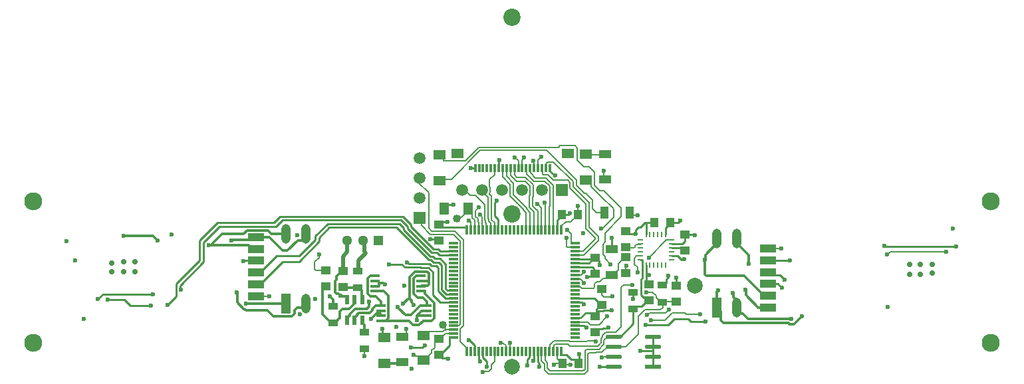
<source format=gtl>
G04*
G04 #@! TF.GenerationSoftware,Altium Limited,Altium Designer,21.3.2 (30)*
G04*
G04 Layer_Physical_Order=1*
G04 Layer_Color=255*
%FSLAX43Y43*%
%MOMM*%
G71*
G04*
G04 #@! TF.SameCoordinates,66AE08A6-6C82-4575-8D08-AF68D2AC6B58*
G04*
G04*
G04 #@! TF.FilePolarity,Positive*
G04*
G01*
G75*
%ADD15C,0.254*%
%ADD17C,0.203*%
%ADD20R,0.300X1.000*%
%ADD21R,0.300X1.200*%
%ADD22R,0.550X1.200*%
%ADD23R,1.200X0.300*%
%ADD24R,1.067X1.524*%
%ADD25R,1.575X1.270*%
%ADD26R,1.524X1.067*%
%ADD27R,2.100X0.500*%
%ADD28O,2.100X0.500*%
%ADD29R,1.270X1.016*%
%ADD30R,2.000X1.000*%
%ADD31R,1.270X0.889*%
%ADD32R,1.200X0.350*%
%ADD33R,1.016X1.270*%
%ADD34R,0.790X0.260*%
%ADD35R,0.260X0.790*%
%ADD36R,1.650X1.300*%
%ADD37R,1.626X1.194*%
%ADD38O,1.200X2.500*%
%ADD39R,1.200X2.500*%
%ADD40R,1.194X1.626*%
%ADD70C,0.305*%
%ADD71C,0.508*%
%ADD72C,2.000*%
%ADD73C,1.300*%
%ADD74R,1.300X1.300*%
%ADD75C,2.200*%
%ADD76C,2.300*%
%ADD77C,2.300*%
%ADD78C,0.700*%
%ADD79C,1.500*%
%ADD80R,1.500X1.500*%
%ADD81R,1.500X1.500*%
%ADD82C,0.600*%
%ADD83C,1.016*%
D15*
X56773Y75773D02*
Y76723D01*
X56750Y75750D02*
X56773Y75773D01*
Y76723D02*
X56800Y76750D01*
X56250Y71350D02*
X56500Y71600D01*
X56250Y69650D02*
Y71350D01*
Y69650D02*
X56700Y69200D01*
Y67900D02*
Y69200D01*
X66950Y50900D02*
Y52050D01*
X66900Y50850D02*
X66950Y50900D01*
X79600Y68850D02*
X79850Y69100D01*
X78600Y68850D02*
X79600D01*
X71100Y65298D02*
Y66850D01*
X92750Y60550D02*
X92800D01*
X92300Y61000D02*
X92750Y60550D01*
X91050Y61000D02*
X92300D01*
X65839Y69989D02*
Y70000D01*
X65700Y69850D02*
X65839Y69989D01*
X64818Y69850D02*
X65700D01*
X68029Y61829D02*
X68137Y61937D01*
X67963Y61829D02*
X68029D01*
X68137Y61937D02*
X68669D01*
X69050Y62318D01*
X69585Y63390D02*
Y63435D01*
X69563Y63456D02*
X69585Y63435D01*
X69563Y63456D02*
Y63956D01*
X69169Y64350D02*
X69563Y63956D01*
X69050Y64350D02*
X69169D01*
X49450Y68900D02*
X50187D01*
X49100Y68550D02*
X49450Y68900D01*
X41900Y54450D02*
Y55300D01*
Y54450D02*
X42150Y54200D01*
X50231Y51569D02*
X50350Y51450D01*
X49150Y51950D02*
X49531Y51569D01*
X50231D01*
X24200Y63900D02*
X24250Y63950D01*
X25850D01*
X46999Y52900D02*
X47261Y53163D01*
X47355D01*
X45550Y52900D02*
X46999D01*
X16150Y60250D02*
Y60800D01*
Y60250D02*
X16280D01*
X16150Y60800D02*
X19150Y63800D01*
X14550Y58300D02*
X15650Y59400D01*
Y61000D01*
X18650Y64000D01*
Y66500D01*
X20950Y68800D01*
X28150D01*
X28921Y69571D01*
X19150Y63800D02*
Y66250D01*
X21200Y68300D01*
X28400D01*
X29214Y69114D01*
X26350Y60950D02*
X29250Y63850D01*
X31307D01*
X25850Y60950D02*
X26350D01*
X33857Y66900D02*
X35157Y68200D01*
X33857Y66400D02*
Y66900D01*
X31307Y63850D02*
X33857Y66400D01*
X33400Y67089D02*
X34968Y68657D01*
X33400Y66589D02*
Y67089D01*
X31361Y64550D02*
X33400Y66589D01*
X28450Y64550D02*
X31361D01*
X25850Y62450D02*
X26350D01*
X28450Y64550D01*
X81203Y56200D02*
X83100D01*
X80903Y56500D02*
X81203Y56200D01*
X79100Y56500D02*
X80903D01*
X91050Y64000D02*
X91100Y63950D01*
X93800D01*
X92573Y62127D02*
X93150Y61550D01*
X91050Y62500D02*
X91423Y62127D01*
X92573D01*
X69640Y50460D02*
X71400D01*
X45348Y63559D02*
X47943D01*
X48202Y63300D01*
X48750D01*
X45175Y63732D02*
X45348Y63559D01*
X45081Y63732D02*
X45175D01*
X49065Y65421D02*
X49336Y65150D01*
X48423Y65421D02*
X49065D01*
X45570Y68274D02*
X48423Y65421D01*
X105810Y65840D02*
X105850Y65800D01*
X114960D01*
X75450Y55750D02*
X78350D01*
X79100Y56500D01*
X66450Y55650D02*
X67606D01*
X67806Y55450D01*
X67900D01*
X74795Y52450D02*
X76400D01*
Y53000D01*
Y50460D02*
Y51730D01*
Y52450D01*
Y53000D02*
Y54270D01*
X73850Y55920D02*
Y57650D01*
X71400Y54270D02*
X72200D01*
X73850Y55920D01*
X68669Y57281D02*
X69050Y56900D01*
X68412Y57281D02*
X68669D01*
X69150Y57000D02*
Y57550D01*
X67812Y57300D02*
X68393D01*
X69773Y58350D02*
X69900D01*
X69050Y56900D02*
X69150Y57000D01*
X67185Y56673D02*
X67812Y57300D01*
X68393D02*
X68412Y57281D01*
X69050Y54868D02*
X69431Y55249D01*
X69929D01*
X70069Y55389D02*
X70671D01*
X70737Y55455D01*
X69929Y55249D02*
X70069Y55389D01*
X67043Y56673D02*
X67185D01*
X67043Y56673D02*
X67043Y56673D01*
X66473Y56673D02*
X67043D01*
X66450Y56650D02*
X66473Y56673D01*
X68973Y59150D02*
X69773Y58350D01*
X66450Y59150D02*
X68973D01*
X69150Y57550D02*
Y57789D01*
X69150Y57789D01*
X69212D01*
X69773Y58350D01*
X70128Y57650D02*
X71100D01*
X69150Y57550D02*
X70028D01*
X70128Y57650D01*
X60412Y50588D02*
Y51400D01*
X60677Y51665D01*
Y52377D02*
X60700Y52400D01*
X60677Y51665D02*
Y52377D01*
X61112Y51208D02*
X61178Y51274D01*
X61884Y50516D02*
Y50880D01*
X61768Y50995D02*
Y51443D01*
X61700Y51511D02*
Y52400D01*
X61178Y51274D02*
Y51452D01*
X61700Y51511D02*
X61768Y51443D01*
Y50995D02*
X61884Y50880D01*
Y50516D02*
X61950Y50450D01*
X61178Y51452D02*
X61200Y51474D01*
Y52400D01*
X63881Y74864D02*
X63947Y74797D01*
X63786Y74864D02*
X63881D01*
X63273Y75377D02*
X63786Y74864D01*
X42750Y63500D02*
X44422D01*
X44199Y67706D02*
X47855Y64050D01*
X44199Y67706D02*
Y67706D01*
X43705Y68200D02*
X44199Y67706D01*
X35157Y68200D02*
X43705D01*
X44656Y67896D02*
X48045Y64507D01*
X44656Y67896D02*
Y68140D01*
X44139Y68657D02*
X44656Y68140D01*
X34968Y68657D02*
X44139D01*
X45113Y68085D02*
X48234Y64964D01*
X45113Y68085D02*
Y68330D01*
X44329Y69114D02*
X45113Y68330D01*
X29214Y69114D02*
X44329D01*
X28921Y69571D02*
X44518D01*
X45570Y68519D01*
Y68274D02*
Y68519D01*
X72950Y67750D02*
X73300Y67400D01*
X74216Y67466D02*
Y67914D01*
X74552Y68250D01*
X73300Y67400D02*
X74150D01*
X74216Y67466D01*
X74552Y68250D02*
X74800D01*
X75649Y68850D02*
X76568D01*
X75400D02*
X75649D01*
X74800Y68250D02*
X75400Y68850D01*
X75500Y67300D02*
Y68701D01*
X78000Y67300D02*
Y68123D01*
X78600Y68723D02*
Y68850D01*
X78000Y68123D02*
X78600Y68723D01*
X48895Y66723D02*
X49100Y66518D01*
X47855Y64050D02*
X48150D01*
X48045Y64507D02*
X48339D01*
X48013Y66723D02*
X48895D01*
X48234Y64964D02*
X48876D01*
X50234Y71100D02*
X50950D01*
X49802Y70550D02*
Y70668D01*
X50234Y71100D01*
X44820Y63102D02*
X46733D01*
X44422Y63500D02*
X44820Y63102D01*
X46733D02*
X46800Y63035D01*
X47821D01*
X48876Y64964D02*
X49169Y64671D01*
X48339Y64507D02*
X48632Y64214D01*
X48150Y64050D02*
X48443Y63757D01*
X47821Y63035D02*
X48400Y62456D01*
X48632Y64214D02*
X49286D01*
X48443Y63757D02*
X49097D01*
X49286Y64214D02*
X50000Y63500D01*
X48750Y63300D02*
X49000Y63050D01*
X49097Y63757D02*
X49500Y63354D01*
X49834Y64650D02*
X50950D01*
X49169Y64671D02*
X49813D01*
X49834Y64650D01*
X49336Y65150D02*
X50950D01*
X48400Y59550D02*
Y62456D01*
X50000Y60388D02*
Y63500D01*
X49500Y60241D02*
Y63354D01*
X49000Y60095D02*
X49945Y59150D01*
X49000Y60095D02*
Y63050D01*
X48400Y59550D02*
X49300Y58650D01*
X50950D01*
X49945Y59150D02*
X50950D01*
X49500Y60241D02*
X50068Y59673D01*
X50927D02*
X50950Y59650D01*
X50068Y59673D02*
X50927D01*
X50215Y60173D02*
X50927D01*
X50950Y60150D01*
X50000Y60388D02*
X50215Y60173D01*
X54200Y51322D02*
X54348Y51174D01*
Y51080D02*
Y51174D01*
X54200Y51322D02*
Y52400D01*
X55188Y50462D02*
X55200Y50450D01*
X54723Y51596D02*
X55188Y51131D01*
Y50462D02*
Y51131D01*
X54723Y51596D02*
Y52377D01*
X54700Y52400D02*
X54723Y52377D01*
X53079Y53734D02*
X53677Y53135D01*
X52966Y53734D02*
X53079D01*
X52900Y53800D02*
X52966Y53734D01*
X53677Y52423D02*
Y53135D01*
Y52423D02*
X53700Y52400D01*
X74888Y59560D02*
Y61588D01*
X75000Y61700D02*
Y62201D01*
X75043Y62244D01*
X74888Y61588D02*
X75000Y61700D01*
X75199Y59249D02*
X75469D01*
X74888Y59560D02*
X75199Y59249D01*
X75043Y62244D02*
Y64077D01*
X74780Y64080D02*
X75040D01*
X75043Y64077D01*
X75469Y59249D02*
X75850Y58868D01*
X74304Y58104D02*
X74959D01*
X75723Y58868D01*
X75850D01*
X73850Y57650D02*
X74304Y58104D01*
X75500Y61250D02*
Y62150D01*
Y61250D02*
X75850Y60900D01*
X53148Y75747D02*
X53747D01*
X53750Y75750D01*
X66450Y63150D02*
X68651D01*
X68850Y62518D02*
Y62951D01*
X68651Y63150D02*
X68850Y62951D01*
Y62518D02*
X69050Y62318D01*
X67350Y58650D02*
X67600Y58400D01*
X66450Y58650D02*
X67350D01*
X73850Y59049D02*
Y59882D01*
X78300Y61950D02*
X78350Y62000D01*
X78300Y61800D02*
Y61950D01*
X78108Y61131D02*
Y61608D01*
X78300Y61800D01*
X77600Y60750D02*
X77727D01*
X78108Y61131D01*
X75500Y62150D02*
Y63360D01*
Y62150D02*
X75850D01*
X75900Y62100D01*
X79350Y61777D02*
X79387Y61814D01*
X79350Y60750D02*
Y61777D01*
X81667Y67250D02*
X81732Y67185D01*
X80450Y67250D02*
X81667D01*
X80250Y64050D02*
X80350Y64150D01*
X80400D01*
X80013Y64050D02*
X80250D01*
X78720Y64580D02*
X79483D01*
X80013Y64050D01*
X80130Y66080D02*
X80450Y66400D01*
Y67250D01*
X78720Y66080D02*
X80130D01*
X80088Y65580D02*
X80450Y65218D01*
X78720Y65580D02*
X80088D01*
X75500Y68701D02*
X75649Y68850D01*
X12684Y59700D02*
X12695Y59689D01*
X6350Y59700D02*
X12684D01*
X5700Y59050D02*
X6350Y59700D01*
X9067Y59000D02*
X9817Y58250D01*
X12450D01*
X7000Y59000D02*
X9067D01*
X52700Y67900D02*
Y68227D01*
X49400Y68250D02*
X52677D01*
X49100Y68550D02*
X49400Y68250D01*
X52677D02*
X52700Y68227D01*
X50477Y53150D02*
Y54127D01*
X50500Y54150D02*
X50950D01*
X50477Y54127D02*
X50500Y54150D01*
X49277Y51950D02*
X50477Y53150D01*
X49150Y51950D02*
X49277D01*
X63273Y75377D02*
Y75727D01*
X63250Y75750D02*
X63273Y75727D01*
X66450Y64150D02*
X68723D01*
X68923Y64350D01*
X68223Y63650D02*
X68723Y64150D01*
X68923Y64350D02*
X69050D01*
X66450Y63650D02*
X68223D01*
X66519Y51358D02*
X66900Y50977D01*
X65965Y51358D02*
X66519D01*
X65396Y51927D02*
X65965Y51358D01*
X64723Y51927D02*
X65396D01*
X64700Y51950D02*
X64723Y51927D01*
X66900Y50850D02*
Y50977D01*
X64700Y51950D02*
Y52400D01*
X66900Y50650D02*
Y50777D01*
X64200Y69105D02*
X64818Y69723D01*
Y69850D01*
X64200Y67900D02*
Y69105D01*
D17*
X55600Y72636D02*
G03*
X55600Y73364I-990J364D01*
G01*
X58205Y72181D02*
Y73673D01*
X58250Y74800D02*
Y75750D01*
X57750Y74703D02*
X58611Y73842D01*
X57250Y74628D02*
X58205Y73673D01*
X58250Y74800D02*
X58995Y74055D01*
X57750Y74703D02*
Y75750D01*
X57250Y74628D02*
Y75750D01*
X55600Y73364D02*
Y74295D01*
X56250Y74945D01*
Y75750D01*
X55412Y69303D02*
Y72003D01*
X55818Y69471D02*
Y72171D01*
X55006Y69135D02*
Y71068D01*
X53774Y72300D02*
X55006Y71068D01*
X55600Y72390D02*
X55660Y72330D01*
X58205Y72181D02*
X59855Y70532D01*
X58611Y72350D02*
X60261Y70700D01*
X55600Y72390D02*
Y72636D01*
X58611Y72350D02*
Y73842D01*
X55660Y72330D02*
X55818Y72171D01*
X54610Y72805D02*
X55412Y72003D01*
X54610Y72805D02*
Y73000D01*
X54401Y69743D02*
X54600Y69544D01*
Y68966D02*
Y69544D01*
X54606Y68670D02*
Y68960D01*
X55012Y68839D02*
Y69128D01*
X53390Y69431D02*
Y69441D01*
X54606Y68670D02*
X54652Y68625D01*
X55012Y68839D02*
X55152Y68700D01*
X53155Y68928D02*
X53178D01*
X53383Y69448D02*
X53390Y69441D01*
X53796Y70299D02*
X54200Y70703D01*
X53796Y69599D02*
X54106Y69290D01*
Y68886D02*
Y69290D01*
X54200Y70703D02*
Y70751D01*
X54600Y68966D02*
X54606Y68960D01*
X53700Y67900D02*
Y69121D01*
X55006Y69135D02*
X55012Y69128D01*
X53010Y69073D02*
X53155Y68928D01*
X55444Y68982D02*
Y69271D01*
X55818Y69471D02*
X55850Y69440D01*
X53390Y69431D02*
X53700Y69121D01*
X53383Y69448D02*
Y69839D01*
X53796Y69599D02*
Y70299D01*
X55850Y69150D02*
Y69440D01*
X54401Y69743D02*
Y69850D01*
X52903Y69073D02*
X53010D01*
X54106Y68886D02*
X54200Y68792D01*
X55412Y69303D02*
X55444Y69271D01*
X54200Y67900D02*
Y68792D01*
X55850Y69150D02*
X56200Y68800D01*
X55152Y67948D02*
Y68700D01*
X55444Y68982D02*
X55700Y68726D01*
X56200Y67900D02*
Y68800D01*
X55700Y67900D02*
Y68726D01*
X54652Y67948D02*
Y68625D01*
X55152Y67948D02*
X55200Y67900D01*
X52850Y70372D02*
X53383Y69839D01*
X39600Y51808D02*
Y52768D01*
X70036Y66058D02*
X70300Y66322D01*
Y67500D01*
X72350Y69550D01*
X66778Y70922D02*
Y70937D01*
Y70922D02*
X66850Y70850D01*
Y69850D02*
Y70850D01*
X66450Y62150D02*
X67257D01*
X67553Y62446D01*
Y62520D01*
X67477Y61176D02*
Y61299D01*
X66498Y61602D02*
X67175D01*
X67477Y61299D01*
Y61176D02*
X67553Y61100D01*
X66450Y61650D02*
X66498Y61602D01*
X71166Y59366D02*
X71200Y59400D01*
X70134Y59366D02*
X71166D01*
X69900Y59600D02*
X70134Y59366D01*
X69900Y59600D02*
Y60382D01*
X70150Y74500D02*
Y75400D01*
Y74500D02*
X70250Y74400D01*
X73648Y69750D02*
X74450D01*
X73348Y70050D02*
X73648Y69750D01*
X72950Y62350D02*
Y63260D01*
X73000Y63310D01*
X64795Y50850D02*
X64868Y50777D01*
X64200Y51445D02*
X64795Y50850D01*
X64868D01*
X63900D02*
X64795D01*
X63750Y50700D02*
X63900Y50850D01*
X63287Y49913D02*
X67533D01*
X62700Y51248D02*
X62961Y50987D01*
X62700Y51248D02*
Y52400D01*
X62961Y50239D02*
X63287Y49913D01*
X62961Y50239D02*
Y50987D01*
X62200Y51174D02*
X62555Y50819D01*
Y50045D02*
Y50819D01*
Y50045D02*
X63093Y49507D01*
X62200Y51174D02*
Y52400D01*
X63093Y49507D02*
X67701D01*
X44950Y54650D02*
Y55237D01*
X44450Y54150D02*
X44950Y54650D01*
X45987Y51963D02*
X46141Y51809D01*
X45888Y51963D02*
X45987D01*
X46693Y51809D02*
X47150Y51352D01*
X46141Y51809D02*
X46693D01*
X25850Y59450D02*
X27500D01*
X33850Y64314D02*
Y64750D01*
X33318Y63782D02*
X33850Y64314D01*
X33318Y62851D02*
X33437Y62732D01*
X34700D01*
X33318Y62851D02*
Y63782D01*
X47861Y51861D02*
X48213Y52213D01*
Y52583D02*
X48390Y52760D01*
X48213Y52213D02*
Y52583D01*
X48498Y52760D02*
X48617Y52879D01*
X47861Y51809D02*
Y51861D01*
X48617Y52879D02*
Y53576D01*
X48390Y52760D02*
X48498D01*
X49023Y53982D02*
X49277D01*
X47150Y51352D02*
X47404D01*
X47861Y51809D01*
X48617Y53576D02*
X49023Y53982D01*
X49977Y55077D02*
X50050Y55150D01*
X49798Y55077D02*
X49977D01*
X49654Y54933D02*
X49798Y55077D01*
X47683Y54933D02*
X49654D01*
X47150Y54400D02*
X47683Y54933D01*
X52010Y69456D02*
X52850Y70296D01*
X51606Y69456D02*
X52010D01*
X51450Y69300D02*
X51606Y69456D01*
X80486Y57300D02*
X80656Y57130D01*
X82400D01*
X78850Y57300D02*
X80486D01*
X91050Y65500D02*
X92733D01*
X61060Y71050D02*
X61073Y71036D01*
Y70900D02*
Y71036D01*
X60653Y70882D02*
X60667Y70868D01*
Y70731D02*
Y70868D01*
X60261Y70563D02*
Y70700D01*
X59855Y70395D02*
Y70532D01*
X69642Y53397D02*
X69755Y53509D01*
X69642Y53361D02*
Y53397D01*
X70048Y53228D02*
X70161Y53341D01*
X70048Y53193D02*
Y53228D01*
X72900Y53000D02*
X74500Y54600D01*
X70600Y53000D02*
X72900D01*
X69868Y52268D02*
X70600Y53000D01*
X69698Y52268D02*
X69868D01*
X69697Y52267D02*
X69698Y52268D01*
X69092Y52267D02*
X69697D01*
X106200Y64750D02*
X106300D01*
X106638Y65088D01*
X113762D01*
X52850Y70372D02*
Y70550D01*
Y70296D02*
Y70372D01*
X54652Y67948D02*
X54700Y67900D01*
X49433Y74331D02*
X50731D01*
X49250Y74148D02*
X49433Y74331D01*
X69227Y70050D02*
X70300D01*
X68689Y70589D02*
X69227Y70050D01*
X68689Y70589D02*
Y71661D01*
X67800Y72550D02*
X68689Y71661D01*
X67649Y72550D02*
X67800D01*
X66637Y73562D02*
X67649Y72550D01*
X66637Y73562D02*
Y74213D01*
X62850Y78000D02*
X66637Y74213D01*
X54400Y78000D02*
X62850D01*
X50731Y74331D02*
X54400Y78000D01*
X49702Y76698D02*
Y76998D01*
X49250Y77450D02*
X49702Y76998D01*
X70250Y64200D02*
X70950Y63500D01*
X70250Y64200D02*
Y64528D01*
X70036Y64741D02*
X70250Y64528D01*
X70036Y64741D02*
Y66058D01*
X72350Y69550D02*
Y70700D01*
X70150Y72900D02*
X72350Y70700D01*
X69600Y72900D02*
X70150D01*
X68939Y73561D02*
X69600Y72900D01*
X68939Y73561D02*
Y75211D01*
X68255Y75895D02*
X68939Y75211D01*
X67606Y75895D02*
X68255D01*
X66761Y76740D02*
X67606Y75895D01*
X66761Y76740D02*
Y78316D01*
X66475Y78602D02*
X66761Y78316D01*
X64575Y78602D02*
X66475D01*
X64380Y78406D02*
X64575Y78602D01*
X54232Y78406D02*
X64380D01*
X52524Y76698D02*
X54232Y78406D01*
X49702Y76698D02*
X52524D01*
X66450Y60650D02*
X66498Y60602D01*
X67175D02*
X67327Y60450D01*
X66498Y60602D02*
X67175D01*
X68963Y60569D02*
Y61015D01*
X68844Y60450D02*
X68963Y60569D01*
X67327Y60450D02*
X68844D01*
X69248Y61300D02*
X69617D01*
X68963Y61015D02*
X69248Y61300D01*
X75650Y57000D02*
X75944Y57294D01*
X75618Y57032D02*
Y57043D01*
Y57032D02*
X75650Y57000D01*
X75944Y57294D02*
X77991D01*
X78454Y57757D01*
X77950Y56400D02*
X78850Y57300D01*
X76100Y56400D02*
X77950D01*
X69870Y68000D02*
X71400Y69530D01*
X78454Y57757D02*
X78458D01*
X69800Y68070D02*
X69870Y68000D01*
X71400Y69530D02*
Y70570D01*
X68533Y73367D02*
X69748Y72152D01*
X69818D01*
X71400Y70570D01*
X67999Y74198D02*
X68533Y73665D01*
Y73367D02*
Y73665D01*
X67850Y74198D02*
X67999D01*
X67902Y77448D02*
X70250D01*
X67850Y77500D02*
X67902Y77448D01*
X67850Y68013D02*
Y71176D01*
X68256Y68181D02*
Y71344D01*
X69406Y66507D02*
Y67031D01*
X68256Y68181D02*
X69406Y67031D01*
X67850Y68013D02*
X69000Y66863D01*
Y66676D02*
Y66863D01*
X64986Y50732D02*
X65889D01*
X64868Y50850D02*
X64986Y50732D01*
X64868Y50650D02*
Y50777D01*
X69520Y55800D02*
X70570Y56850D01*
X68405Y55800D02*
X69520D01*
X68055Y56150D02*
X68405Y55800D01*
X66450Y56150D02*
X68055D01*
X71367Y51697D02*
X71400Y51730D01*
X69901Y51663D02*
X69934Y51697D01*
X71367D01*
X74500Y54600D02*
Y56850D01*
X75350Y57700D02*
X77350D01*
X77616Y57966D01*
X74500Y56850D02*
X75350Y57700D01*
X70600Y54270D02*
X71400D01*
X70161Y53831D02*
X70600Y54270D01*
X67533Y49913D02*
X67710Y50090D01*
Y52460D01*
X67900Y52650D01*
X68200D01*
X68223Y52673D01*
X69529D01*
X70048Y53193D01*
X70161Y53341D02*
Y53831D01*
X67701Y49507D02*
X68116Y49922D01*
Y52066D01*
X68296Y52246D01*
X69071D01*
X69092Y52267D01*
X77600Y58718D02*
X77616Y58702D01*
Y57966D02*
Y58702D01*
X69987Y54235D02*
Y54437D01*
X69755Y54003D02*
X69987Y54235D01*
X69755Y53509D02*
Y54003D01*
X70400Y54850D02*
X71650D01*
X69987Y54437D02*
X70400Y54850D01*
X72350Y55550D02*
Y60573D01*
X72671Y60893D02*
X73750D01*
X72350Y60573D02*
X72671Y60893D01*
X71650Y54850D02*
X72350Y55550D01*
X67994Y53750D02*
X69044D01*
X69110Y53684D01*
X65769Y53080D02*
X69361D01*
X65547Y53302D02*
X65769Y53080D01*
X69361D02*
X69642Y53361D01*
X63925Y53302D02*
X65547D01*
X67900Y53656D02*
X67994Y53750D01*
X65767Y53656D02*
X67900D01*
X61750Y76761D02*
X62150Y77161D01*
X61202Y75798D02*
Y76646D01*
X62150Y77161D02*
Y77216D01*
X61202Y75798D02*
X61250Y75750D01*
X61145Y76702D02*
X61202Y76646D01*
X61750Y75750D02*
Y76761D01*
X65445Y67850D02*
X65450D01*
X65955Y67345D01*
X65350Y65769D02*
Y66900D01*
Y65769D02*
X65469Y65650D01*
X66450D01*
X65955Y66198D02*
X66003Y66150D01*
X65955Y66198D02*
Y67345D01*
X66003Y66150D02*
X66450D01*
X59750Y76743D02*
X60000Y76993D01*
X59750Y75750D02*
Y76743D01*
X60000Y76993D02*
Y77100D01*
X61060Y71050D02*
Y72031D01*
X62200Y67900D02*
Y70700D01*
X59855Y70395D02*
X60200Y70049D01*
X60261Y70563D02*
X60700Y70124D01*
X60653Y72199D02*
X60745Y72291D01*
X60667Y70731D02*
X61200Y70198D01*
X60653Y70882D02*
Y72199D01*
X60169Y74587D02*
X61151Y73605D01*
X60127Y74055D02*
X60745Y73437D01*
X61664Y71164D02*
X61737D01*
X61060Y72031D02*
X61151Y72123D01*
X61737Y71164D02*
X62200Y70700D01*
X61200Y67900D02*
Y70198D01*
X60200Y67900D02*
Y70049D01*
X60700Y67900D02*
Y70124D01*
X61485Y70488D02*
X61512D01*
X61073Y70900D02*
X61485Y70488D01*
X61512D02*
X61700Y70300D01*
X62610Y71390D02*
X62700Y71300D01*
Y67900D02*
Y71300D01*
X59250Y75798D02*
X59298Y75750D01*
X59250Y75798D02*
Y76700D01*
X58800Y77150D02*
X59250Y76700D01*
X50050Y55150D02*
X50950D01*
X49639Y55580D02*
Y55800D01*
Y55580D02*
X50050Y55169D01*
Y55150D02*
Y55169D01*
X63697Y74193D02*
X65509D01*
X65825Y73201D02*
Y73876D01*
X62975Y76552D02*
X63724D01*
X65509Y74193D02*
X65825Y73876D01*
X62977Y74912D02*
X63697Y74193D01*
X66231Y73369D02*
X68256Y71344D01*
X62400Y74912D02*
X62977D01*
X66231Y73369D02*
Y74045D01*
X65825Y73201D02*
X67850Y71176D01*
X63724Y76552D02*
X66231Y74045D01*
X47850Y68094D02*
Y72600D01*
X46737Y68920D02*
X46936Y68722D01*
X47850Y68094D02*
X48211Y67734D01*
X46936Y68434D02*
Y68722D01*
X46450Y68920D02*
X46737D01*
X46936Y68434D02*
X48042Y67328D01*
X48211Y67734D02*
X51117D01*
X48042Y67328D02*
X49860D01*
X54747Y49786D02*
X54806Y49845D01*
X55451D01*
X55805Y50199D02*
Y50705D01*
X55451Y49845D02*
X55805Y50199D01*
Y50705D02*
X56200Y51100D01*
Y52400D01*
X58203Y52403D02*
Y53450D01*
X58206Y53452D01*
X58200Y52400D02*
X58203Y52403D01*
X57083Y53425D02*
X57351D01*
X57652Y52448D02*
Y53125D01*
X57351Y53425D02*
X57652Y53125D01*
X57007Y53501D02*
X57083Y53425D01*
X57652Y52448D02*
X57700Y52400D01*
X74752Y64552D02*
X74780Y64580D01*
X74300Y64552D02*
X74752D01*
X74000Y64252D02*
X74300Y64552D01*
X74000Y63504D02*
Y64252D01*
X74400Y62450D02*
Y63104D01*
X74000Y63504D02*
X74400Y63104D01*
X75564Y59889D02*
X75625Y59950D01*
X76787Y59277D02*
X77346Y58718D01*
X76787Y59277D02*
Y59501D01*
X77346Y58718D02*
X77600D01*
X76338Y59950D02*
X76787Y59501D01*
X75625Y59950D02*
X76338D01*
X73100Y65568D02*
X73964D01*
X72950Y65718D02*
X73100Y65568D01*
X74752Y66052D02*
X74780Y66080D01*
X74300Y66052D02*
X74752D01*
X74083Y65835D02*
X74300Y66052D01*
X74083Y65687D02*
Y65835D01*
X73964Y65568D02*
X74083Y65687D01*
X72823Y64382D02*
X72950D01*
X72013Y63572D02*
X72823Y64382D01*
X72013Y62833D02*
Y63572D01*
X71430Y62250D02*
X72013Y62833D01*
X71100Y62250D02*
X71430D01*
X70567Y61717D02*
X71100Y62250D01*
X70033Y61717D02*
X70567D01*
X69617Y61300D02*
X70033Y61717D01*
X78080Y66580D02*
X78720D01*
X75850Y64350D02*
X78080Y66580D01*
X77600Y58718D02*
X79350D01*
X46450Y74000D02*
X47850Y72600D01*
X51852Y55301D02*
X52258Y55707D01*
X51117Y67734D02*
X52258Y66593D01*
Y55707D02*
Y66593D01*
X50998Y55698D02*
X51675D01*
X50977Y67300D02*
X51852Y66425D01*
X51675Y55698D02*
X51852Y55875D01*
Y66425D01*
X49860Y67328D02*
X49888Y67300D01*
X50977D01*
X51852Y53698D02*
Y55301D01*
X52700Y52400D02*
Y52850D01*
X51852Y53698D02*
X52700Y52850D01*
X50950Y55650D02*
X50998Y55698D01*
X49945Y54650D02*
X50950D01*
X49277Y53982D02*
X49945Y54650D01*
X62750Y75750D02*
X62798Y75798D01*
Y76375D01*
X62975Y76552D01*
X66450Y64650D02*
X67549D01*
X69406Y66507D01*
X62298Y75014D02*
Y75853D01*
Y75014D02*
X62400Y74912D01*
X66450Y65150D02*
X67474D01*
X69000Y66676D01*
X65716Y53708D02*
X65767Y53656D01*
X63248Y52448D02*
Y53199D01*
X63757Y53708D01*
X65716D01*
X63200Y52400D02*
X63248Y52448D01*
X63748D02*
Y53125D01*
X63925Y53302D01*
X63700Y52400D02*
X63748Y52448D01*
X64200Y51445D02*
Y52400D01*
X53178Y67922D02*
Y68928D01*
Y67922D02*
X53200Y67900D01*
X52070Y73000D02*
X52400D01*
X53100Y72300D01*
X53774D01*
X66444Y69317D02*
X66850Y69723D01*
X66317Y69317D02*
X66444D01*
X66850Y69723D02*
Y69850D01*
X65913Y68913D02*
X66317Y69317D01*
X65263Y68913D02*
X65913D01*
X64700Y67900D02*
Y68350D01*
X65263Y68913D01*
X60798Y75125D02*
X61417Y74506D01*
X60750Y75750D02*
X60798Y75702D01*
Y75125D02*
Y75702D01*
X62790Y74506D02*
X63700Y73596D01*
X61417Y74506D02*
X62790D01*
X63700Y67900D02*
Y73596D01*
X61231Y74100D02*
X62622D01*
X60298Y75032D02*
Y75702D01*
Y75032D02*
X61231Y74100D01*
X60250Y75750D02*
X60298Y75702D01*
X63200Y70875D02*
X63285Y70960D01*
Y73437D01*
X62622Y74100D02*
X63285Y73437D01*
X63200Y67900D02*
Y70875D01*
X61700Y67900D02*
Y70300D01*
X58750Y74874D02*
Y75750D01*
Y74874D02*
X59037Y74587D01*
X60169D01*
X61151Y72123D02*
Y73605D01*
X58995Y74055D02*
X60127D01*
X60745Y72291D02*
Y73437D01*
D20*
X56750Y75750D02*
D03*
X56250D02*
D03*
X53750D02*
D03*
X54250D02*
D03*
X54750D02*
D03*
X57250D02*
D03*
X57750D02*
D03*
X59250D02*
D03*
X59750D02*
D03*
X63250D02*
D03*
X62750D02*
D03*
X62250D02*
D03*
X61750D02*
D03*
X61250D02*
D03*
X60750D02*
D03*
X60250D02*
D03*
X58750D02*
D03*
X58250D02*
D03*
X55750D02*
D03*
X55250D02*
D03*
D21*
X56700Y67900D02*
D03*
X56200D02*
D03*
X64700Y52400D02*
D03*
X64200D02*
D03*
X63700D02*
D03*
X63200D02*
D03*
X62700D02*
D03*
X62200D02*
D03*
X61700D02*
D03*
X61200D02*
D03*
X60700D02*
D03*
X60200D02*
D03*
X59700D02*
D03*
X59200D02*
D03*
X58700D02*
D03*
X58200D02*
D03*
X57700D02*
D03*
X57200D02*
D03*
X56700D02*
D03*
X56200D02*
D03*
X55700D02*
D03*
X55200D02*
D03*
X54700D02*
D03*
X54200D02*
D03*
X53700D02*
D03*
X53200D02*
D03*
X52700Y67900D02*
D03*
X53200D02*
D03*
X53700D02*
D03*
X54200D02*
D03*
X54700D02*
D03*
X55200D02*
D03*
X55700D02*
D03*
X57200D02*
D03*
X57700D02*
D03*
X58200D02*
D03*
X58700D02*
D03*
X59200D02*
D03*
X59700D02*
D03*
X60200D02*
D03*
X60700D02*
D03*
X61200D02*
D03*
X61700D02*
D03*
X62200D02*
D03*
X62700D02*
D03*
X63200D02*
D03*
X63700D02*
D03*
X64200D02*
D03*
X64700D02*
D03*
X52700Y52400D02*
D03*
D22*
X38400Y58950D02*
D03*
X37450D02*
D03*
X39350D02*
D03*
Y56350D02*
D03*
X38400D02*
D03*
X37450D02*
D03*
D23*
X66450Y62650D02*
D03*
X50950Y54150D02*
D03*
Y54650D02*
D03*
Y55150D02*
D03*
Y55650D02*
D03*
Y56150D02*
D03*
Y56650D02*
D03*
Y57150D02*
D03*
Y57650D02*
D03*
Y58150D02*
D03*
Y58650D02*
D03*
Y59150D02*
D03*
Y59650D02*
D03*
Y60150D02*
D03*
Y60650D02*
D03*
Y61150D02*
D03*
Y61650D02*
D03*
Y62150D02*
D03*
Y62650D02*
D03*
Y63150D02*
D03*
Y63650D02*
D03*
Y64150D02*
D03*
Y64650D02*
D03*
Y65150D02*
D03*
Y65650D02*
D03*
Y66150D02*
D03*
X66450D02*
D03*
Y65650D02*
D03*
Y65150D02*
D03*
Y64650D02*
D03*
Y64150D02*
D03*
Y63650D02*
D03*
Y63150D02*
D03*
Y62150D02*
D03*
Y61650D02*
D03*
Y61150D02*
D03*
Y60650D02*
D03*
Y60150D02*
D03*
Y59650D02*
D03*
Y59150D02*
D03*
Y58650D02*
D03*
Y58150D02*
D03*
Y57650D02*
D03*
Y57150D02*
D03*
Y56650D02*
D03*
Y56150D02*
D03*
Y55650D02*
D03*
Y55150D02*
D03*
Y54650D02*
D03*
Y54150D02*
D03*
D24*
X73450Y70050D02*
D03*
X70198D02*
D03*
D25*
X67850Y77500D02*
D03*
Y74198D02*
D03*
X49250Y74148D02*
D03*
Y77450D02*
D03*
X42150Y54200D02*
D03*
Y50898D02*
D03*
D26*
X70250Y74298D02*
D03*
Y77550D02*
D03*
X71100Y62148D02*
D03*
Y65400D02*
D03*
X44450Y51000D02*
D03*
Y54252D02*
D03*
D27*
X76400Y50460D02*
D03*
D28*
Y51730D02*
D03*
Y53000D02*
D03*
Y54270D02*
D03*
X71400Y50460D02*
D03*
Y51730D02*
D03*
Y53000D02*
D03*
Y54270D02*
D03*
D29*
X69050Y54868D02*
D03*
Y56900D02*
D03*
X36900Y62650D02*
D03*
Y60618D02*
D03*
X34700Y60700D02*
D03*
Y62732D02*
D03*
X80450Y65218D02*
D03*
Y67250D02*
D03*
X72950Y65718D02*
D03*
Y67750D02*
D03*
X69050Y62318D02*
D03*
Y64350D02*
D03*
X79350Y58718D02*
D03*
Y60750D02*
D03*
X75850Y58868D02*
D03*
Y60900D02*
D03*
X72950Y64382D02*
D03*
Y62350D02*
D03*
X69900Y58350D02*
D03*
Y60382D02*
D03*
X49100Y68550D02*
D03*
Y66518D02*
D03*
X49150Y51950D02*
D03*
Y53982D02*
D03*
D30*
X25850Y59450D02*
D03*
Y60950D02*
D03*
Y62450D02*
D03*
Y63950D02*
D03*
Y65450D02*
D03*
Y66950D02*
D03*
X91050Y65500D02*
D03*
Y64000D02*
D03*
Y62500D02*
D03*
Y61000D02*
D03*
Y59500D02*
D03*
Y58000D02*
D03*
D31*
X35650Y58164D02*
D03*
Y56005D02*
D03*
X38800Y62664D02*
D03*
Y60505D02*
D03*
X39600Y52704D02*
D03*
Y54863D02*
D03*
X77600Y58654D02*
D03*
Y60813D02*
D03*
X73850Y57786D02*
D03*
Y59945D02*
D03*
D32*
X47575Y56275D02*
D03*
Y56925D02*
D03*
Y57575D02*
D03*
Y58225D02*
D03*
X41725D02*
D03*
Y57575D02*
D03*
Y56925D02*
D03*
Y56275D02*
D03*
X46875Y60075D02*
D03*
Y60725D02*
D03*
Y61375D02*
D03*
Y62025D02*
D03*
X41025D02*
D03*
Y61375D02*
D03*
Y60725D02*
D03*
Y60075D02*
D03*
D33*
X78600Y68850D02*
D03*
X76568D02*
D03*
X66900Y50850D02*
D03*
X64868D02*
D03*
X66850Y69850D02*
D03*
X64818D02*
D03*
D34*
X74780Y64080D02*
D03*
Y64580D02*
D03*
Y65080D02*
D03*
Y65580D02*
D03*
Y66080D02*
D03*
Y66580D02*
D03*
X78720D02*
D03*
Y66080D02*
D03*
Y65580D02*
D03*
Y65080D02*
D03*
Y64580D02*
D03*
Y64080D02*
D03*
D35*
X75500Y67300D02*
D03*
X76000D02*
D03*
X76500D02*
D03*
X77000D02*
D03*
X77500D02*
D03*
X78000D02*
D03*
Y63360D02*
D03*
X77500D02*
D03*
X77000D02*
D03*
X76500D02*
D03*
X76000D02*
D03*
X75500D02*
D03*
D36*
X65525Y77650D02*
D03*
X51475D02*
D03*
D37*
X47150Y51314D02*
D03*
Y54438D02*
D03*
D38*
X29660Y67350D02*
D03*
X32200D02*
D03*
Y58500D02*
D03*
X84550Y66800D02*
D03*
X87090D02*
D03*
Y57950D02*
D03*
D39*
X29660Y58500D02*
D03*
X84550Y57950D02*
D03*
D40*
X49764Y70550D02*
D03*
X52888D02*
D03*
D70*
X38277Y58827D02*
X38400Y58950D01*
X38277Y58404D02*
Y58827D01*
X38077Y58204D02*
X38277Y58404D01*
X38077Y58204D02*
Y58204D01*
X37693Y57820D02*
X38077Y58204D01*
X47827Y61400D02*
Y62346D01*
Y60906D02*
Y61400D01*
X47802Y61375D02*
X47827Y61400D01*
X46875Y61375D02*
X47802D01*
X40471Y56571D02*
X41150Y57250D01*
X41650D01*
X42050Y61100D02*
X42250Y60900D01*
X41473Y60748D02*
Y61100D01*
X42050D01*
X45804Y55746D02*
X46621D01*
X45275Y56275D02*
X45804Y55746D01*
X47150Y56275D02*
X47575D01*
X46621Y55746D02*
X47150Y56275D01*
X41725D02*
X45275D01*
X23400Y59900D02*
X23500Y59800D01*
Y58616D02*
Y59800D01*
X24306Y57844D02*
X24550Y57600D01*
X24271Y57844D02*
X24306D01*
X23500Y58616D02*
X24271Y57844D01*
X24550Y57600D02*
X27300D01*
X28002Y56898D01*
X30406D01*
X30729Y57679D02*
X31052Y58002D01*
X30729Y57221D02*
Y57679D01*
X30406Y56898D02*
X30729Y57221D01*
X31786Y58002D02*
X32200Y58416D01*
X31052Y58002D02*
X31786D01*
X32200Y58416D02*
Y58500D01*
X24543D02*
X29660D01*
X46293Y56407D02*
X46349Y56463D01*
X46300Y56401D02*
X46401D01*
X46450Y56450D01*
X46349Y56463D02*
Y56974D01*
X46425Y57050D01*
X47552Y58202D02*
X47575Y58225D01*
X46729Y58202D02*
X47552D01*
X45552Y57025D02*
X46729Y58202D01*
X45415Y59110D02*
X45624Y58901D01*
Y58656D02*
X45896Y58384D01*
X45624Y58656D02*
Y58901D01*
X45415Y59110D02*
Y59200D01*
X45896Y58304D02*
Y58384D01*
X45415Y59200D02*
Y61906D01*
X36612Y59512D02*
X36726Y59398D01*
X36375Y59749D02*
X36612Y59512D01*
X45328Y59200D02*
X45415D01*
X44590Y58462D02*
X45328Y59200D01*
X43900Y58003D02*
X44878Y57025D01*
X43900Y58003D02*
Y58050D01*
X44878Y57025D02*
X45552D01*
X22700Y66563D02*
X22739Y66602D01*
X25002D01*
X21500Y67350D02*
X24252D01*
X24704Y67802D02*
X27365D01*
X24252Y67350D02*
X24704Y67802D01*
X27365D02*
X27817Y67350D01*
X20057Y65907D02*
X21500Y67350D01*
X27817D02*
X29660D01*
X25002Y66602D02*
X25350Y66950D01*
X27499D01*
X19857Y65907D02*
X20057D01*
X24893D01*
X25350Y65450D01*
X25850D01*
X31143Y66540D02*
X31786D01*
X29199Y65250D02*
X29853D01*
X32200Y66953D02*
Y67350D01*
X31786Y66540D02*
X32200Y66953D01*
X29853Y65250D02*
X31143Y66540D01*
X27499Y66950D02*
X29199Y65250D01*
X93759Y55864D02*
X94302D01*
X84998Y56352D02*
X85350Y56000D01*
X93623D01*
X94302Y55864D02*
X95350Y56911D01*
X93623Y56000D02*
X93759Y55864D01*
X87858Y57182D02*
X88521Y56519D01*
X94031D01*
X86606Y59326D02*
X87090Y58842D01*
X86550Y59800D02*
X86606Y59744D01*
X87090Y57596D02*
Y58842D01*
X86606Y59326D02*
Y59744D01*
X88206Y59544D02*
X89750Y58000D01*
X88150Y60250D02*
X88206Y60194D01*
Y59544D02*
Y60194D01*
X88000Y62050D02*
X90550Y59500D01*
X83018Y62229D02*
Y64050D01*
X83197Y62050D02*
X88000D01*
X83018Y62229D02*
X83197Y62050D01*
X87090Y57596D02*
X87504Y57182D01*
X87858D01*
X84998Y56352D02*
Y57502D01*
X84550Y57950D02*
X84998Y57502D01*
X89750Y58000D02*
X91050D01*
X90550Y59500D02*
X91050D01*
X84550Y59970D02*
X84700Y60120D01*
X84550Y57950D02*
Y59970D01*
X84700Y60120D02*
Y60200D01*
X83075Y64106D02*
Y64675D01*
X84550Y66150D02*
Y66800D01*
X83075Y64675D02*
X84550Y66150D01*
X83018Y64050D02*
X83075Y64106D01*
X88550Y63550D02*
Y64690D01*
X87090Y66150D02*
Y66800D01*
Y66150D02*
X88550Y64690D01*
X44246Y50898D02*
X44450Y51102D01*
X42150Y50898D02*
X44246D01*
X46061Y62552D02*
X47621D01*
X47827Y62346D01*
X47664Y60743D02*
X47827Y60906D01*
X48527Y56604D02*
Y58573D01*
X47323Y59777D02*
Y60052D01*
X46875Y60075D02*
X47300D01*
X47323Y60052D01*
Y59777D02*
X48527Y58573D01*
X40673Y57673D02*
Y57796D01*
X41079Y58202D02*
X41702D01*
X40673Y57796D02*
X41079Y58202D01*
X41702D02*
X41725Y58225D01*
X39942Y57810D02*
X40257Y58125D01*
Y58776D01*
X38487Y57810D02*
X39942D01*
X41725Y56275D02*
X41748Y56298D01*
X42371D01*
X42677Y56604D01*
Y59480D01*
X42082Y60075D02*
X42677Y59480D01*
X41025Y60075D02*
X42082D01*
X47577Y58248D02*
Y58752D01*
X47575Y58245D02*
X47577Y58248D01*
X47575Y58225D02*
Y58245D01*
X46852Y62002D02*
X46875Y62025D01*
X46229Y62002D02*
X46852D01*
X45923Y61696D02*
X46229Y62002D01*
X45923Y59754D02*
Y61696D01*
Y59754D02*
X46423Y59253D01*
X47077D01*
X47577Y58752D01*
X41727Y58227D02*
Y58752D01*
X41725Y58225D02*
X41727Y58227D01*
X41002Y62002D02*
X41025Y62025D01*
X40379Y62002D02*
X41002D01*
X40073Y61696D02*
X40379Y62002D01*
X40073Y59754D02*
Y61696D01*
Y59754D02*
X40414Y59412D01*
X41067D01*
X41727Y58752D01*
X46425Y57050D02*
X46932Y57557D01*
X47557D01*
X47575Y57575D01*
X46425Y57050D02*
X46527Y56948D01*
X47127D01*
X47150Y56925D01*
X47575D01*
Y56275D02*
X47598Y56298D01*
X48221D01*
X48527Y56604D01*
X38929Y57302D02*
X40302D01*
X40673Y57673D01*
X38723Y57096D02*
X38929Y57302D01*
X38723Y56998D02*
Y57096D01*
X38400Y56675D02*
X38723Y56998D01*
X38400Y56350D02*
Y56675D01*
X41025Y60725D02*
X41450D01*
X41473Y60748D01*
X45415Y61906D02*
X46061Y62552D01*
X46893Y60743D02*
X47664D01*
X46875Y60725D02*
X46893Y60743D01*
X37773Y57096D02*
X38487Y57810D01*
X37773Y56998D02*
Y57096D01*
X37450Y56350D02*
Y56675D01*
X37773Y56998D01*
X36500Y57436D02*
X36884Y57820D01*
X36500Y56600D02*
Y57436D01*
X36884Y57820D02*
X37693D01*
X34656Y60700D02*
X34700D01*
X34300Y57164D02*
Y60344D01*
Y57164D02*
X35396Y56068D01*
X34300Y60344D02*
X34656Y60700D01*
X35396Y56068D02*
X35904D01*
X35913Y59964D02*
Y61363D01*
Y59964D02*
X36128Y59749D01*
X39600Y54800D02*
Y55775D01*
X39350Y56025D02*
Y56350D01*
Y56025D02*
X39600Y55775D01*
X35250Y59400D02*
X35650Y59000D01*
Y58100D02*
Y59000D01*
X36436Y56600D02*
X36500D01*
X35904Y56068D02*
X36436Y56600D01*
X36100Y61977D02*
X36773Y62650D01*
X36100Y61550D02*
Y61977D01*
X36773Y62650D02*
X36900D01*
X36128Y59749D02*
X36375D01*
X37450Y58950D02*
Y59275D01*
X37327Y59398D02*
X37450Y59275D01*
X36726Y59398D02*
X37327D01*
X35913Y61363D02*
X36100Y61550D01*
X38927Y60568D02*
X39283Y60212D01*
Y59017D02*
X39350Y58950D01*
X38800Y60568D02*
X38927D01*
X39283Y59017D02*
Y60212D01*
X37014Y60505D02*
X38736D01*
X38800Y60568D01*
X36900Y60618D02*
X37014Y60505D01*
X12700Y67150D02*
X13350Y66500D01*
X9000Y67150D02*
X12700D01*
D71*
X39602Y65098D02*
X39800Y64900D01*
X39602Y65098D02*
Y66348D01*
X39450Y66500D02*
X39602Y66348D01*
X38850Y63950D02*
X39800Y64900D01*
X38850Y62650D02*
Y63950D01*
X37450Y65050D02*
Y66500D01*
X36900Y64500D02*
X37450Y65050D01*
X36900Y62650D02*
Y64500D01*
X38800Y62600D02*
X38850Y62650D01*
D72*
X81750Y60750D02*
D03*
X58400Y50450D02*
D03*
D73*
X37450Y66500D02*
D03*
X39450D02*
D03*
D74*
X41450D02*
D03*
D75*
X58450Y94950D02*
D03*
Y69950D02*
D03*
D76*
X119400Y71500D02*
D03*
Y53500D02*
D03*
D77*
X-2500D02*
D03*
Y71500D02*
D03*
D78*
X109028Y63485D02*
D03*
Y62215D02*
D03*
X110425Y63485D02*
D03*
Y62215D02*
D03*
X111949Y63485D02*
D03*
Y62342D02*
D03*
X10397Y62515D02*
D03*
Y63785D02*
D03*
X9000Y62515D02*
D03*
Y63785D02*
D03*
X7476Y62515D02*
D03*
Y63658D02*
D03*
D79*
X46650Y76990D02*
D03*
Y74450D02*
D03*
Y71910D02*
D03*
X62230Y73000D02*
D03*
X59690D02*
D03*
X57150D02*
D03*
X54610D02*
D03*
X52070D02*
D03*
D80*
X46650Y69370D02*
D03*
D81*
X64770Y73000D02*
D03*
D82*
X56800Y76750D02*
D03*
X56500Y71600D02*
D03*
X52903Y69073D02*
D03*
X54401Y69850D02*
D03*
X66950Y52050D02*
D03*
X40471Y56571D02*
D03*
X39600Y51808D02*
D03*
X45651Y50221D02*
D03*
X79850Y69100D02*
D03*
X71100Y66850D02*
D03*
X66778Y70937D02*
D03*
X114550Y68022D02*
D03*
X106300Y58100D02*
D03*
X92800Y60550D02*
D03*
X65839Y70000D02*
D03*
X67963Y61829D02*
D03*
X67553Y62520D02*
D03*
Y61100D02*
D03*
X71200Y59400D02*
D03*
X69585Y63390D02*
D03*
X70150Y75400D02*
D03*
X74450Y69750D02*
D03*
X73000Y63310D02*
D03*
X63750Y50700D02*
D03*
X50187Y68900D02*
D03*
X44737Y60752D02*
D03*
X41900Y55300D02*
D03*
X44950Y55237D02*
D03*
X45888Y51963D02*
D03*
X50350Y51450D02*
D03*
X42250Y60900D02*
D03*
X24200Y63900D02*
D03*
X27500Y59450D02*
D03*
X33350Y59050D02*
D03*
X33850Y64750D02*
D03*
X47355Y53163D02*
D03*
X45550Y52900D02*
D03*
X23400Y59900D02*
D03*
X24543Y58500D02*
D03*
X31097Y67193D02*
D03*
X31395Y57096D02*
D03*
X3950Y56550D02*
D03*
X1700Y66450D02*
D03*
X2850Y64000D02*
D03*
X15100Y67250D02*
D03*
X46300Y56401D02*
D03*
X45896Y58304D02*
D03*
X44590Y58462D02*
D03*
X36612Y59512D02*
D03*
X43900Y58050D02*
D03*
X22700Y66563D02*
D03*
X16280Y60250D02*
D03*
X14550Y58300D02*
D03*
X19857Y65907D02*
D03*
X43700Y55550D02*
D03*
X83100Y56200D02*
D03*
X82400Y57130D02*
D03*
X93800Y63950D02*
D03*
X93150Y61550D02*
D03*
X86550Y59800D02*
D03*
X88150Y60250D02*
D03*
X94031Y56519D02*
D03*
X95350Y56911D02*
D03*
X92733Y65500D02*
D03*
X84700Y60200D02*
D03*
X83018Y64050D02*
D03*
X88550Y63550D02*
D03*
X69640Y50460D02*
D03*
X105810Y65840D02*
D03*
X114960Y65800D02*
D03*
X106200Y64750D02*
D03*
X113762Y65088D02*
D03*
X54200Y70751D02*
D03*
X75618Y57043D02*
D03*
X76100Y56400D02*
D03*
X75450Y55750D02*
D03*
X78454Y57757D02*
D03*
X67529Y67479D02*
D03*
X69800Y68070D02*
D03*
X70950Y63500D02*
D03*
X65889Y50732D02*
D03*
X70570Y56850D02*
D03*
X67900Y55450D02*
D03*
X74795Y52450D02*
D03*
X69901Y51663D02*
D03*
X70737Y55455D02*
D03*
X71100Y57650D02*
D03*
X69110Y53684D02*
D03*
X60412Y50588D02*
D03*
X61112Y51208D02*
D03*
X61950Y50450D02*
D03*
X61145Y76702D02*
D03*
X62150Y77216D02*
D03*
X65445Y67850D02*
D03*
X65350Y66900D02*
D03*
X60000Y77100D02*
D03*
X61664Y71164D02*
D03*
X62610Y71390D02*
D03*
X58800Y77150D02*
D03*
X63947Y74797D02*
D03*
X74150Y67400D02*
D03*
X48013Y66723D02*
D03*
X50950Y71100D02*
D03*
X45081Y63732D02*
D03*
X42750Y63500D02*
D03*
X40257Y58776D02*
D03*
X54747Y49786D02*
D03*
X54348Y51080D02*
D03*
X55200Y50450D02*
D03*
X52900Y53800D02*
D03*
X58206Y53452D02*
D03*
X57007Y53501D02*
D03*
X74400Y62450D02*
D03*
X75564Y59889D02*
D03*
X73750Y60893D02*
D03*
X53148Y75747D02*
D03*
X67600Y58400D02*
D03*
X73850Y59049D02*
D03*
X78350Y62000D02*
D03*
X75900Y62100D02*
D03*
X79387Y61814D02*
D03*
X81732Y67185D02*
D03*
X80400Y64150D02*
D03*
X75850Y64350D02*
D03*
X35250Y59400D02*
D03*
X12695Y59689D02*
D03*
X5700Y59050D02*
D03*
X12450Y58250D02*
D03*
X7000Y59000D02*
D03*
X13350Y66500D02*
D03*
X9000Y67150D02*
D03*
D83*
X51450Y69300D02*
D03*
X49639Y55800D02*
D03*
M02*

</source>
